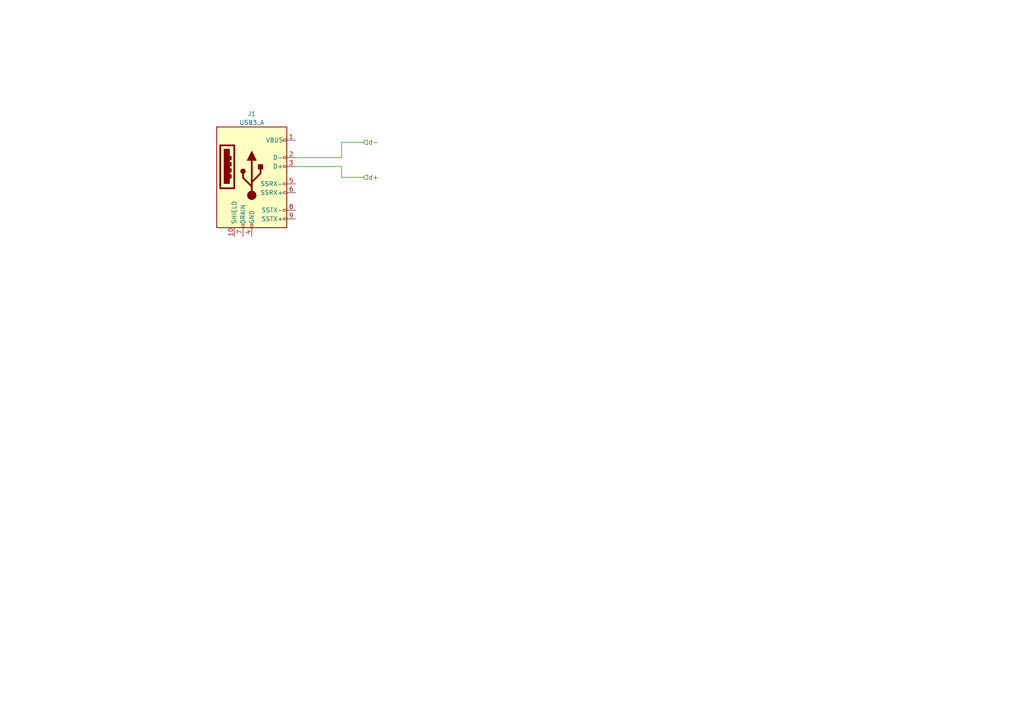
<source format=kicad_sch>
(kicad_sch (version 20230121) (generator eeschema)
  (paper "A4")
  (lib_symbols
    (symbol "Connector:USB3_A" (pin_names (offset 1.016))
      (property "Reference" "J" (at -10.16 15.24 0))
      (property "Value" "USB3_A" (at 10.16 15.24 0))
      (symbol "USB3_A_0_0"
        (rectangle (start -9.144 8.636) (end -5.08 -3.81) (stroke (width 0.508)))
        (rectangle (start -7.874 7.366) (end -6.604 -2.286) (stroke (width 0.508)) (fill (type outline)))
        (rectangle (start -6.35 0) (end -6.096 -0.762) (stroke (width 0.508)))
        (rectangle (start -6.35 1.778) (end -6.096 1.016) (stroke (width 0.508)))
        (rectangle (start -6.35 3.556) (end -6.096 2.794) (stroke (width 0.508)))
        (rectangle (start -6.35 5.334) (end -6.096 4.572) (stroke (width 0.508)))
        (rectangle (start -2.794 -15.24) (end -2.286 -14.224))
        (rectangle (start -0.254 -15.24) (end 0.254 -14.224))
        (rectangle (start 10.16 -12.446) (end 9.144 -12.954))
        (rectangle (start 10.16 -9.906) (end 9.144 -10.414))
        (rectangle (start 10.16 -4.826) (end 9.144 -5.334))
        (rectangle (start 10.16 -2.286) (end 9.144 -2.794))
        (rectangle (start 10.16 2.794) (end 9.144 2.286))
        (rectangle (start 10.16 5.334) (end 9.144 4.826))
        (rectangle (start 10.16 10.414) (end 9.144 9.906))
      )
      (symbol "USB3_A_0_1"
        (rectangle (start -10.16 13.97) (end 10.16 -15.24) (stroke (width 0.254)) (fill (type background)))
      )
      (symbol "USB3_A_1_1"
        (circle (center -2.54 1.143) (radius 0.635) (stroke (width 0.254)) (fill (type outline)))
        (circle (center 0 -5.842) (radius 1.27) (fill (type outline)))
        (polyline (pts (xy 0 -5.842) (xy 0 4.318)) (stroke (width 0.508)))
        (polyline (pts (xy 0 -3.302) (xy -2.54 -0.762) (xy -2.54 0.508)) (stroke (width 0.508)))
        (polyline (pts (xy 0 -2.032) (xy 2.54 0.508) (xy 2.54 1.778)) (stroke (width 0.508)))
        (polyline (pts (xy -1.27 4.318) (xy 0 6.858) (xy 1.27 4.318) (xy -1.27 4.318)) (stroke (width 0.254)) (fill (type outline)))
        (rectangle (start 1.905 1.778) (end 3.175 3.048) (stroke (width 0.254)) (fill (type outline)))
        (pin power_in line (at 12.7 10.16 180) (length 2.54) (name "VBUS") (number "1"))
        (pin passive line (at -5.08 -17.78 90) (length 2.54) (name "SHIELD") (number "10"))
        (pin bidirectional line (at 12.7 5.08 180) (length 2.54) (name "D-") (number "2"))
        (pin bidirectional line (at 12.7 2.54 180) (length 2.54) (name "D+") (number "3"))
        (pin power_in line (at 0 -17.78 90) (length 2.54) (name "GND") (number "4"))
        (pin output line (at 12.7 -2.54 180) (length 2.54) (name "SSRX-") (number "5"))
        (pin output line (at 12.7 -5.08 180) (length 2.54) (name "SSRX+") (number "6"))
        (pin passive line (at -2.54 -17.78 90) (length 2.54) (name "DRAIN") (number "7"))
        (pin input line (at 12.7 -10.16 180) (length 2.54) (name "SSTX-") (number "8"))
        (pin input line (at 12.7 -12.7 180) (length 2.54) (name "SSTX+") (number "9"))
      )
    )
  )
  (wire (pts (xy 99.06 48.26) (xy 99.06 51.435)))
  (wire (pts (xy 85.725 45.72) (xy 99.06 45.72)))
  (wire (pts (xy 99.06 41.275) (xy 105.41 41.275)))
  (wire (pts (xy 99.06 45.72) (xy 99.06 41.275)))
  (wire (pts (xy 85.725 48.26) (xy 99.06 48.26)))
  (wire (pts (xy 99.06 51.435) (xy 105.41 51.435)))
  (hierarchical_label "d-" (shape input) (at 105.41 41.275 0))
  (hierarchical_label "d+" (shape input) (at 105.41 51.435 0))
  (symbol (lib_id "Connector:USB3_A") (at 73.025 50.8 0) (unit 1)
    (property "Reference" "J1" (at 73.025 33.02 0))
    (property "Value" "USB3_A" (at 73.025 35.56 0))
  )
)
</source>
